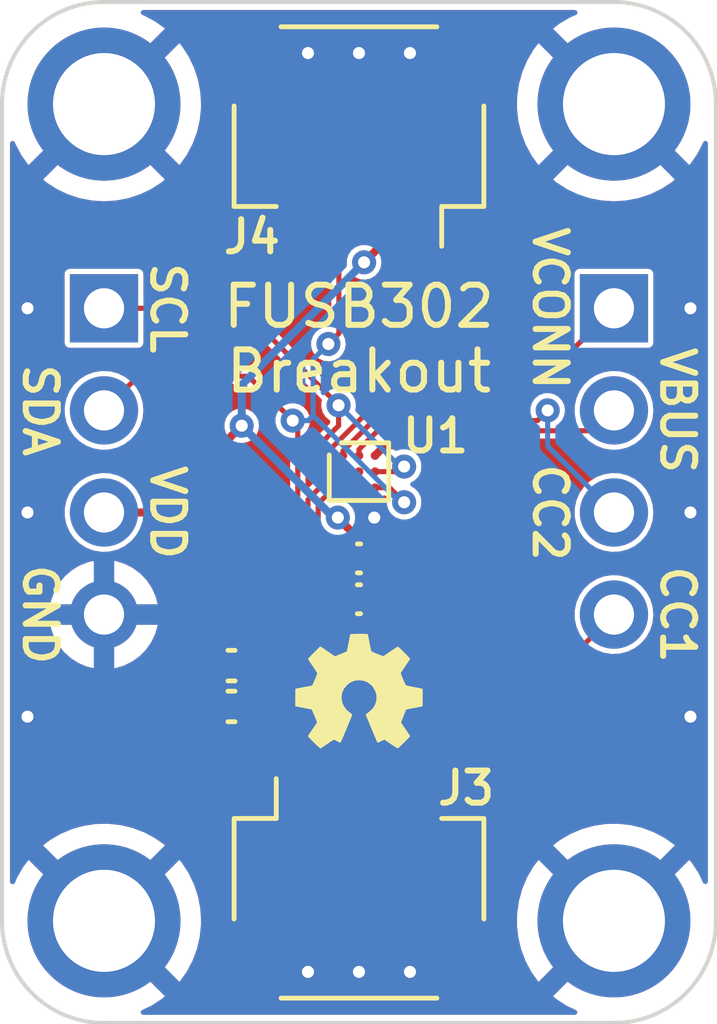
<source format=kicad_pcb>
(kicad_pcb (version 20210424) (generator pcbnew)
  (layers (0 "F.Cu" signal) (31 "B.Cu" signal) (34 "B.Paste" user) (35 "F.Paste" user) (36 "B.SilkS" user "B.Silkscreen") (37 "F.SilkS" user "F.Silkscreen") (38 "B.Mask" user) (39 "F.Mask" user) (44 "Edge.Cuts" user))
  (net 0 "")
  (net 1 "/SDA")
  (net 2 "/SCL")
  (net 3 "GND")
  (net 4 "VDD")
  (net 5 "/~INT")
  (net 6 "/VBUS")
  (net 7 "/CC2")
  (net 8 "/CC1")
  (net 9 "/VCONN")
  (footprint "MountingHole:MountingHole_2.5mm_Pad" (layer "F.Cu") (at 136.525 104.775)
    (fp_text reference "H1" hide)
    (fp_text value "MountingHole_2.5mm_Pad" hide)
    (pad "1" thru_hole circle locked (at 0 0) (size 3.81 3.81) (drill 2.54) (layers *.Cu *.Mask) (net 3 "GND"))
  )
  (footprint "MountingHole:MountingHole_2.5mm_Pad" (layer "F.Cu") (at 149.225 104.775)
    (fp_text reference "H2" hide)
    (fp_text value "MountingHole_2.5mm_Pad" hide)
    (pad "1" thru_hole circle locked (at 0 0) (size 3.81 3.81) (drill 2.54) (layers *.Cu *.Mask) (net 3 "GND"))
  )
  (footprint "Connector_JST:JST_SH_SM04B-SRSS-TB_1x04-1MP_P1.00mm_Horizontal" (layer "F.Cu") (at 142.875 124.333)
    (fp_text reference "J3" (at 2.667 -2.54) (layer "F.SilkS") (effects (font (size 0.8 0.8))))
    (fp_text value "Conn_01x04_Male" hide)
    (fp_line (start -2.06 -1.785) (end -2.06 -2.775) (layer "F.SilkS") (width 0.12))
    (fp_line (start 3.11 -1.785) (end 2.06 -1.785) (layer "F.SilkS") (width 0.12))
    (fp_line (start -3.11 0.715) (end -3.11 -1.785) (layer "F.SilkS") (width 0.12))
    (fp_line (start -1.94 2.685) (end 1.94 2.685) (layer "F.SilkS") (width 0.12))
    (fp_line (start 3.11 0.715) (end 3.11 -1.785) (layer "F.SilkS") (width 0.12))
    (fp_line (start -3.11 -1.785) (end -2.06 -1.785) (layer "F.SilkS") (width 0.12))
    (pad "1" smd roundrect locked (at -1.5 -2) (size 0.6 1.55) (layers "F.Cu" "F.Paste" "F.Mask") (net 3 "GND"))
    (pad "2" smd roundrect locked (at -0.5 -2) (size 0.6 1.55) (layers "F.Cu" "F.Paste" "F.Mask") (net 4 "VDD"))
    (pad "3" smd roundrect locked (at 0.5 -2) (size 0.6 1.55) (layers "F.Cu" "F.Paste" "F.Mask") (net 1 "/SDA"))
    (pad "4" smd roundrect locked (at 1.5 -2) (size 0.6 1.55) (layers "F.Cu" "F.Paste" "F.Mask") (net 2 "/SCL"))
    (pad "MP" smd roundrect locked (at 2.8 1.875) (size 1.2 1.8) (layers "F.Cu" "F.Paste" "F.Mask") (roundrect_rratio 0.208333))
    (pad "MP" smd roundrect locked (at -2.8 1.875) (size 1.2 1.8) (layers "F.Cu" "F.Paste" "F.Mask") (roundrect_rratio 0.208333))
  )
  (footprint "Connector_PinHeader_2.54mm:PinHeader_1x04_P2.54mm_Vertical" (layer "F.Cu") (at 149.225 109.855)
    (fp_text reference "J2" hide)
    (fp_text value "Conn_01x04_Male" hide)
    (pad "1" thru_hole rect locked (at 0 0) (size 1.7 1.7) (drill 1) (layers *.Cu *.Mask) (net 9 "/VCONN"))
    (pad "2" thru_hole oval locked (at 0 2.54) (size 1.7 1.7) (drill 1) (layers *.Cu *.Mask) (net 6 "/VBUS"))
    (pad "3" thru_hole oval locked (at 0 5.08) (size 1.7 1.7) (drill 1) (layers *.Cu *.Mask) (net 7 "/CC2"))
    (pad "4" thru_hole oval locked (at 0 7.62) (size 1.7 1.7) (drill 1) (layers *.Cu *.Mask) (net 8 "/CC1"))
  )
  (footprint "FUSB301:WLCSP-9_1.260x1.215mm_P0.4mm" (layer "F.Cu") (at 142.875 113.919)
    (fp_text reference "U1" (at 1.905 -0.889) (layer "F.SilkS") (effects (font (size 0.8 0.8))))
    (fp_text value "FUSB302BUCX" hide)
    (fp_line (start 0.74 0.7175) (end -0.74 0.7175) (layer "F.SilkS") (width 0.12))
    (fp_line (start -0.74 0.7175) (end -0.74 -0.41375) (layer "F.SilkS") (width 0.12))
    (fp_line (start -0.43625 -0.7175) (end 0.74 -0.7175) (layer "F.SilkS") (width 0.12))
    (fp_line (start 0.74 -0.7175) (end 0.74 0.7175) (layer "F.SilkS") (width 0.12))
    (pad "A1" smd circle (at -0.4 -0.4) (size 0.215 0.215) (layers "F.Cu" "F.Paste" "F.Mask") (net 7 "/CC2"))
    (pad "A2" smd circle (at 0 -0.4) (size 0.215 0.215) (layers "F.Cu" "F.Paste" "F.Mask") (net 6 "/VBUS"))
    (pad "A3" smd circle (at 0.4 -0.4) (size 0.215 0.215) (layers "F.Cu" "F.Paste" "F.Mask") (net 4 "VDD"))
    (pad "B1" smd circle (at -0.4 0) (size 0.215 0.215) (layers "F.Cu" "F.Paste" "F.Mask") (net 9 "/VCONN"))
    (pad "B2" smd circle (at 0 0) (size 0.215 0.215) (layers "F.Cu" "F.Paste" "F.Mask") (net 5 "/~INT"))
    (pad "B3" smd circle (at 0.4 0) (size 0.215 0.215) (layers "F.Cu" "F.Paste" "F.Mask") (net 2 "/SCL"))
    (pad "C1" smd circle (at -0.4 0.4) (size 0.215 0.215) (layers "F.Cu" "F.Paste" "F.Mask") (net 8 "/CC1"))
    (pad "C2" smd circle (at 0 0.4) (size 0.215 0.215) (layers "F.Cu" "F.Paste" "F.Mask") (net 3 "GND"))
    (pad "C3" smd circle (at 0.4 0.4) (size 0.215 0.215) (layers "F.Cu" "F.Paste" "F.Mask") (net 1 "/SDA"))
  )
  (footprint "Resistor_SMD:R_0402_1005Metric" (layer "F.Cu") (at 139.7 118.745)
    (fp_text reference "R1" hide)
    (fp_text value "10K" hide)
    (fp_line (start -0.0875 -0.38) (end 0.0875 -0.38) (layer "F.SilkS") (width 0.12))
    (fp_line (start -0.0875 0.38) (end 0.0875 0.38) (layer "F.SilkS") (width 0.12))
    (pad "1" smd roundrect locked (at -0.51 0) (size 0.54 0.64) (layers "F.Cu" "F.Paste" "F.Mask") (net 4 "VDD"))
    (pad "2" smd roundrect locked (at 0.51 0) (size 0.54 0.64) (layers "F.Cu" "F.Paste" "F.Mask") (net 1 "/SDA"))
  )
  (footprint "OSHW_Small:OSHW-125mils" (layer "F.Cu") (at 142.875 119.38)
    (fp_text reference "G***" hide)
    (fp_text value "OSHW-125mils" hide)
    (fp_poly (pts (xy -0.96266 1.42494) (xy -0.94488 1.41732) (xy -0.90678 1.39192) (xy -0.85344 1.3589) (xy -0.79248 1.31572) (xy -0.72898 1.27254) (xy -0.67818 1.23952) (xy -0.64008 1.21666) (xy -0.62484 1.2065) (xy -0.61722 1.21158) (xy -0.58674 1.22428) (xy -0.54356 1.24714) (xy -0.5207 1.25984) (xy -0.48006 1.27762) (xy -0.45974 1.28016) (xy -0.4572 1.27508) (xy -0.44196 1.2446) (xy -0.4191 1.1938) (xy -0.38862 1.12522) (xy -0.3556 1.04394) (xy -0.3175 0.95758) (xy -0.28194 0.86868) (xy -0.24638 0.78486) (xy -0.2159 0.70866) (xy -0.1905 0.64516) (xy -0.17272 0.60198) (xy -0.16764 0.5842) (xy -0.17018 0.58166) (xy -0.1905 0.56134) (xy -0.22352 0.53594) (xy -0.29972 0.47498) (xy -0.37338 0.381) (xy -0.4191 0.27686) (xy -0.43434 0.16002) (xy -0.42164 0.0508) (xy -0.37846 -0.0508) (xy -0.3048 -0.14478) (xy -0.21844 -0.21336) (xy -0.1143 -0.25908) (xy 0 -0.27178) (xy 0.10922 -0.25908) (xy 0.2159 -0.21844) (xy 0.30988 -0.14732) (xy 0.34798 -0.1016) (xy 0.40386 -0.00508) (xy 0.43434 0.09398) (xy 0.43688 0.11938) (xy 0.43434 0.23114) (xy 0.40132 0.33782) (xy 0.34036 0.43434) (xy 0.25908 0.51054) (xy 0.24892 0.51816) (xy 0.21082 0.5461) (xy 0.18542 0.56642) (xy 0.16764 0.5842) (xy 0.30734 0.92456) (xy 0.3302 0.98044) (xy 0.37084 1.07188) (xy 0.40386 1.15316) (xy 0.4318 1.21666) (xy 0.44958 1.25984) (xy 0.45974 1.27762) (xy 0.47244 1.28016) (xy 0.49784 1.27) (xy 0.5461 1.24714) (xy 0.57658 1.2319) (xy 0.61468 1.21412) (xy 0.62992 1.2065) (xy 0.64516 1.21412) (xy 0.67818 1.23698) (xy 0.72898 1.27254) (xy 0.78994 1.31318) (xy 0.84836 1.35382) (xy 0.9017 1.38684) (xy 0.94234 1.41224) (xy 0.96012 1.4224) (xy 0.96266 1.4224) (xy 0.98044 1.41478) (xy 1.01092 1.38684) (xy 1.05664 1.34366) (xy 1.12268 1.28016) (xy 1.13284 1.27) (xy 1.18872 1.21412) (xy 1.2319 1.1684) (xy 1.26238 1.13538) (xy 1.27254 1.12014) (xy 1.26238 1.10236) (xy 1.23698 1.06172) (xy 1.20142 1.00838) (xy 1.15824 0.94488) (xy 1.04648 0.77978) (xy 1.10744 0.62484) (xy 1.12776 0.57658) (xy 1.15062 0.5207) (xy 1.1684 0.48006) (xy 1.17856 0.45974) (xy 1.19634 0.45466) (xy 1.23698 0.4445) (xy 1.29794 0.4318) (xy 1.3716 0.4191) (xy 1.44272 0.4064) (xy 1.50622 0.3937) (xy 1.55194 0.38354) (xy 1.57226 0.381) (xy 1.57734 0.37846) (xy 1.57988 0.3683) (xy 1.58496 0.34544) (xy 1.58496 0.30734) (xy 1.58496 0.24638) (xy 1.58496 0.16002) (xy 1.58496 0.14986) (xy 1.58496 0.06604) (xy 1.58496 0) (xy 1.58242 -0.04064) (xy 1.57988 -0.05842) (xy 1.57734 -0.05842) (xy 1.55956 -0.0635) (xy 1.51384 -0.07366) (xy 1.45034 -0.08636) (xy 1.37668 -0.09906) (xy 1.3716 -0.1016) (xy 1.2954 -0.1143) (xy 1.2319 -0.12954) (xy 1.18872 -0.1397) (xy 1.17094 -0.14478) (xy 1.16586 -0.14986) (xy 1.15062 -0.1778) (xy 1.1303 -0.22606) (xy 1.1049 -0.28194) (xy 1.0795 -0.34036) (xy 1.05918 -0.3937) (xy 1.04394 -0.43434) (xy 1.0414 -0.45212) (xy 1.05156 -0.4699) (xy 1.07696 -0.508) (xy 1.11506 -0.56388) (xy 1.15824 -0.62738) (xy 1.16078 -0.63246) (xy 1.20396 -0.69596) (xy 1.23952 -0.7493) (xy 1.26238 -0.7874) (xy 1.27254 -0.80518) (xy 1.2573 -0.8255) (xy 1.22428 -0.86106) (xy 1.17856 -0.90932) (xy 1.12268 -0.9652) (xy 1.1049 -0.98298) (xy 1.04394 -1.0414) (xy 1.00076 -1.08204) (xy 0.97536 -1.10236) (xy 0.96266 -1.10744) (xy 0.96012 -1.10744) (xy 0.94234 -1.09474) (xy 0.9017 -1.06934) (xy 0.84836 -1.03378) (xy 0.78232 -0.98806) (xy 0.77724 -0.98552) (xy 0.71628 -0.94234) (xy 0.66294 -0.90678) (xy 0.62484 -0.88138) (xy 0.60706 -0.87122) (xy 0.60452 -0.87122) (xy 0.57912 -0.87884) (xy 0.5334 -0.89662) (xy 0.48006 -0.91694) (xy 0.4191 -0.9398) (xy 0.36576 -0.96266) (xy 0.32766 -0.98298) (xy 0.30734 -0.99314) (xy 0.29972 -1.016) (xy 0.28956 -1.06426) (xy 0.27686 -1.12776) (xy 0.26162 -1.2065) (xy 0.25908 -1.2192) (xy 0.24384 -1.2954) (xy 0.23368 -1.35636) (xy 0.22352 -1.39954) (xy 0.21844 -1.41732) (xy 0.20828 -1.41986) (xy 0.17272 -1.4224) (xy 0.1143 -1.42494) (xy 0.04826 -1.42494) (xy -0.02286 -1.42494) (xy -0.09398 -1.4224) (xy -0.1524 -1.4224) (xy -0.19558 -1.41732) (xy -0.21336 -1.41478) (xy -0.22098 -1.38938) (xy -0.23114 -1.34366) (xy -0.24384 -1.27762) (xy -0.25908 -1.19888) (xy -0.26162 -1.18618) (xy -0.27686 -1.10998) (xy -0.28956 -1.04902) (xy -0.29972 -1.00584) (xy -0.30226 -0.98806) (xy -0.30988 -0.98552) (xy -0.34036 -0.97282) (xy -0.39116 -0.94996) (xy -0.45466 -0.92456) (xy -0.59944 -0.86614) (xy -0.77724 -0.98806) (xy -0.79502 -1.00076) (xy -0.85852 -1.04394) (xy -0.91186 -1.0795) (xy -0.94742 -1.10236) (xy -0.96266 -1.10998) (xy -0.9652 -1.10998) (xy -0.98298 -1.09474) (xy -1.016 -1.06172) (xy -1.06426 -1.01346) (xy -1.12268 -0.95758) (xy -1.16332 -0.91694) (xy -1.21158 -0.86614) (xy -1.24206 -0.83312) (xy -1.25984 -0.8128) (xy -1.26746 -0.8001) (xy -1.26492 -0.78994) (xy -1.25222 -0.77216) (xy -1.22682 -0.73406) (xy -1.19126 -0.67818) (xy -1.14808 -0.61468) (xy -1.11252 -0.56388) (xy -1.07188 -0.50292) (xy -1.04648 -0.45974) (xy -1.03886 -0.43942) (xy -1.0414 -0.4318) (xy -1.0541 -0.39624) (xy -1.07442 -0.3429) (xy -1.10236 -0.2794) (xy -1.16332 -0.1397) (xy -1.25476 -0.12192) (xy -1.31064 -0.11176) (xy -1.38938 -0.09652) (xy -1.46558 -0.08128) (xy -1.58242 -0.05842) (xy -1.5875 0.37084) (xy -1.56718 0.37846) (xy -1.55194 0.381) (xy -1.50876 0.39116) (xy -1.44526 0.40386) (xy -1.3716 0.41656) (xy -1.31064 0.42926) (xy -1.24714 0.44196) (xy -1.20142 0.44958) (xy -1.18364 0.45466) (xy -1.17856 0.45974) (xy -1.16078 0.49022) (xy -1.14046 0.53848) (xy -1.11506 0.5969) (xy -1.08966 0.65786) (xy -1.0668 0.71374) (xy -1.05156 0.75692) (xy -1.04648 0.77724) (xy -1.0541 0.79502) (xy -1.0795 0.83058) (xy -1.11252 0.88392) (xy -1.1557 0.94488) (xy -1.19888 1.00838) (xy -1.23444 1.06172) (xy -1.25984 1.09982) (xy -1.27 1.1176) (xy -1.26492 1.1303) (xy -1.23952 1.15824) (xy -1.1938 1.20904) (xy -1.12268 1.27762) (xy -1.11252 1.28778) (xy -1.05664 1.34112) (xy -1.00838 1.3843) (xy -0.97536 1.41478) (xy -0.96266 1.42494)) (layer "F.SilkS") (width 0.00254) (fill solid))
  )
  (footprint "Capacitor_SMD:C_0402_1005Metric" (layer "F.Cu") (at 142.875 116.078 180)
    (fp_text reference "C1" hide)
    (fp_text value "0.1uF" hide)
    (fp_line (start -0.04 -0.36) (end 0.04 -0.36) (layer "F.SilkS") (width 0.12))
    (fp_line (start -0.04 0.36) (end 0.04 0.36) (layer "F.SilkS") (width 0.12))
    (pad "1" smd roundrect locked (at -0.48 0 180) (size 0.56 0.62) (layers "F.Cu" "F.Paste" "F.Mask") (net 4 "VDD"))
    (pad "2" smd roundrect locked (at 0.48 0 180) (size 0.56 0.62) (layers "F.Cu" "F.Paste" "F.Mask") (net 3 "GND"))
  )
  (footprint "Resistor_SMD:R_0402_1005Metric" (layer "F.Cu") (at 139.7 119.761)
    (fp_text reference "R2" hide)
    (fp_text value "10K" hide)
    (fp_line (start -0.0875 -0.38) (end 0.0875 -0.38) (layer "F.SilkS") (width 0.12))
    (fp_line (start -0.0875 0.38) (end 0.0875 0.38) (layer "F.SilkS") (width 0.12))
    (pad "1" smd roundrect locked (at -0.51 0) (size 0.54 0.64) (layers "F.Cu" "F.Paste" "F.Mask") (net 4 "VDD"))
    (pad "2" smd roundrect locked (at 0.51 0) (size 0.54 0.64) (layers "F.Cu" "F.Paste" "F.Mask") (net 2 "/SCL"))
  )
  (footprint "MountingHole:MountingHole_2.5mm_Pad" (layer "F.Cu") (at 149.225 125.095)
    (fp_text reference "H4" hide)
    (fp_text value "MountingHole_2.5mm_Pad" hide)
    (pad "1" thru_hole circle locked (at 0 0) (size 3.81 3.81) (drill 2.54) (layers *.Cu *.Mask) (net 3 "GND"))
  )
  (footprint "MountingHole:MountingHole_2.5mm_Pad" (layer "F.Cu") (at 136.525 125.095)
    (fp_text reference "H3" hide)
    (fp_text value "MountingHole_2.5mm_Pad" hide)
    (pad "1" thru_hole circle locked (at 0 0) (size 3.81 3.81) (drill 2.54) (layers *.Cu *.Mask) (net 3 "GND"))
  )
  (footprint "Connector_JST:JST_SH_SM04B-SRSS-TB_1x04-1MP_P1.00mm_Horizontal" (layer "F.Cu") (at 142.875 105.537 180)
    (fp_text reference "J4" (at 2.667 -2.54) (layer "F.SilkS") (effects (font (size 0.8 0.8))))
    (fp_text value "Conn_01x04_Male" hide)
    (fp_line (start -1.94 2.685) (end 1.94 2.685) (layer "F.SilkS") (width 0.12))
    (fp_line (start 3.11 -1.785) (end 2.06 -1.785) (layer "F.SilkS") (width 0.12))
    (fp_line (start -3.11 -1.785) (end -2.06 -1.785) (layer "F.SilkS") (width 0.12))
    (fp_line (start 3.11 0.715) (end 3.11 -1.785) (layer "F.SilkS") (width 0.12))
    (fp_line (start -3.11 0.715) (end -3.11 -1.785) (layer "F.SilkS") (width 0.12))
    (fp_line (start -2.06 -1.785) (end -2.06 -2.775) (layer "F.SilkS") (width 0.12))
    (pad "1" smd roundrect locked (at -1.5 -2 180) (size 0.6 1.55) (layers "F.Cu" "F.Paste" "F.Mask") (net 3 "GND"))
    (pad "2" smd roundrect locked (at -0.5 -2 180) (size 0.6 1.55) (layers "F.Cu" "F.Paste" "F.Mask") (net 4 "VDD"))
    (pad "3" smd roundrect locked (at 0.5 -2 180) (size 0.6 1.55) (layers "F.Cu" "F.Paste" "F.Mask") (net 1 "/SDA"))
    (pad "4" smd roundrect locked (at 1.5 -2 180) (size 0.6 1.55) (layers "F.Cu" "F.Paste" "F.Mask") (net 2 "/SCL"))
    (pad "MP" smd roundrect locked (at 2.8 1.875 180) (size 1.2 1.8) (layers "F.Cu" "F.Paste" "F.Mask") (roundrect_rratio 0.2083333333))
    (pad "MP" smd roundrect locked (at -2.8 1.875 180) (size 1.2 1.8) (layers "F.Cu" "F.Paste" "F.Mask") (roundrect_rratio 0.2083333333))
  )
  (footprint "Connector_PinHeader_2.54mm:PinHeader_1x04_P2.54mm_Vertical" (layer "F.Cu") (at 136.525 109.855)
    (fp_text reference "J1" hide)
    (fp_text value "Conn_01x04_Male" hide)
    (pad "1" thru_hole rect locked (at 0 0) (size 1.7 1.7) (drill 1) (layers *.Cu *.Mask) (net 2 "/SCL"))
    (pad "2" thru_hole oval locked (at 0 2.54) (size 1.7 1.7) (drill 1) (layers *.Cu *.Mask) (net 1 "/SDA"))
    (pad "3" thru_hole oval locked (at 0 5.08) (size 1.7 1.7) (drill 1) (layers *.Cu *.Mask) (net 4 "VDD"))
    (pad "4" thru_hole oval locked (at 0 7.62) (size 1.7 1.7) (drill 1) (layers *.Cu *.Mask) (net 3 "GND"))
  )
  (footprint "Capacitor_SMD:C_0402_1005Metric" (layer "F.Cu") (at 142.875 117.094 180)
    (fp_text reference "C2" hide)
    (fp_text value "10uF" hide)
    (fp_line (start -0.04 -0.36) (end 0.04 -0.36) (layer "F.SilkS") (width 0.12))
    (fp_line (start -0.04 0.36) (end 0.04 0.36) (layer "F.SilkS") (width 0.12))
    (pad "1" smd roundrect locked (at -0.48 0 180) (size 0.56 0.62) (layers "F.Cu" "F.Paste" "F.Mask") (net 4 "VDD"))
    (pad "2" smd roundrect locked (at 0.48 0 180) (size 0.56 0.62) (layers "F.Cu" "F.Paste" "F.Mask") (net 3 "GND"))
  )
  (gr_arc (start 136.525 125.095) (end 133.985 125.095) (angle -90) (layer "Edge.Cuts") (width 0.1))
  (gr_arc (start 149.225 125.095) (end 149.225 127.635) (angle -90) (layer "Edge.Cuts") (width 0.1))
  (gr_line (start 149.225 102.235) (end 136.525 102.235) (layer "Edge.Cuts") (width 0.1))
  (gr_line (start 133.985 104.775) (end 133.985 125.095) (layer "Edge.Cuts") (width 0.1))
  (gr_line (start 151.765 125.095) (end 151.765 104.775) (layer "Edge.Cuts") (width 0.1))
  (gr_arc (start 136.525 104.775) (end 136.525 102.235) (angle -90) (layer "Edge.Cuts") (width 0.1))
  (gr_arc (start 149.225 104.775) (end 151.765 104.775) (angle -90) (layer "Edge.Cuts") (width 0.1))
  (gr_line (start 136.525 127.635) (end 149.225 127.635) (layer "Edge.Cuts") (width 0.1))
  (gr_text "FUSB302\nBreakout" (at 142.875 110.617) (layer "F.SilkS") (effects (font (size 1 1))))
  (gr_text "SCL" (at 138.1125 109.855 -90) (layer "F.SilkS") (effects (font (size 0.8 0.8))))
  (gr_text "VCONN" (at 147.6375 109.855 270) (layer "F.SilkS") (effects (font (size 0.8 0.8))))
  (gr_text "GND" (at 134.9375 117.475 -90) (layer "F.SilkS") (effects (font (size 0.8 0.8))))
  (gr_text "CC1" (at 150.8125 117.475 270) (layer "F.SilkS") (effects (font (size 0.8 0.8))))
  (gr_text "CC2" (at 147.6375 114.935 270) (layer "F.SilkS") (effects (font (size 0.8 0.8))))
  (gr_text "VDD" (at 138.1125 114.935 -90) (layer "F.SilkS") (effects (font (size 0.8 0.8))))
  (gr_text "VBUS" (at 150.8125 112.395 270) (layer "F.SilkS") (effects (font (size 0.8 0.8))))
  (gr_text "SDA" (at 134.9375 112.395 -90) (layer "F.SilkS") (effects (font (size 0.8 0.8))))
  (segment (start 139.74998 120.162843) (end 140.628606 121.041469) (width 0.127) (layer "F.Cu") (net 1))
  (segment (start 136.525 112.395) (end 137.375 111.545) (width 0.127) (layer "F.Cu") (net 1))
  (segment (start 141.351 112.776) (end 141.224 112.649) (width 0.127) (layer "F.Cu") (net 1))
  (segment (start 141.351 118.364) (end 141.351 112.776) (width 0.127) (layer "F.Cu") (net 1))
  (segment (start 140.12 111.545) (end 141.224 112.649) (width 0.127) (layer "F.Cu") (net 1))
  (segment (start 142.375 107.537) (end 142.375 110.482) (width 0.127) (layer "F.Cu") (net 1))
  (segment (start 143.375 121.558) (end 143.375 122.333) (width 0.127) (layer "F.Cu") (net 1))
  (segment (start 143.275 114.319) (end 143.637502 114.319) (width 0.127) (layer "F.Cu") (net 1))
  (segment (start 137.375 111.545) (end 140.12 111.545) (width 0.127) (layer "F.Cu") (net 1))
  (segment (start 140.21 118.745) (end 140.97 118.745) (width 0.127) (layer "F.Cu") (net 1))
  (segment (start 142.858469 121.041469) (end 143.375 121.558) (width 0.127) (layer "F.Cu") (net 1))
  (segment (start 143.637502 114.319) (end 143.9995 114.680998) (width 0.127) (layer "F.Cu") (net 1))
  (segment (start 140.21 118.745) (end 139.74998 119.20502) (width 0.127) (layer "F.Cu") (net 1))
  (segment (start 140.97 118.745) (end 141.351 118.364) (width 0.127) (layer "F.Cu") (net 1))
  (segment (start 139.74998 119.20502) (end 139.74998 120.162843) (width 0.127) (layer "F.Cu") (net 1))
  (segment (start 140.628606 121.041469) (end 142.858469 121.041469) (width 0.127) (layer "F.Cu") (net 1))
  (segment (start 142.375 110.482) (end 142.113 110.744) (width 0.127) (layer "F.Cu") (net 1))
  (via (at 141.224 112.649) (size 0.6) (drill 0.3) (layers "F.Cu" "B.Cu") (net 1))
  (via (at 143.9995 114.680998) (size 0.6) (drill 0.3) (layers "F.Cu" "B.Cu") (net 1))
  (via (at 142.113 110.744) (size 0.6) (drill 0.3) (layers "F.Cu" "B.Cu") (net 1))
  (segment (start 141.732 112.522) (end 141.605 112.649) (width 0.127) (layer "B.Cu") (net 1))
  (segment (start 141.732 112.522) (end 143.890998 114.680998) (width 0.127) (layer "B.Cu") (net 1))
  (segment (start 141.732 112.522) (end 141.732 111.125) (width 0.127) (layer "B.Cu") (net 1))
  (segment (start 143.890998 114.680998) (end 143.9995 114.680998) (width 0.127) (layer "B.Cu") (net 1))
  (segment (start 141.605 112.649) (end 141.224 112.649) (width 0.127) (layer "B.Cu") (net 1))
  (segment (start 141.732 111.125) (end 142.113 110.744) (width 0.127) (layer "B.Cu") (net 1))
  (segment (start 141.605 118.468531) (end 141.604991 118.468522) (width 0.127) (layer "F.Cu") (net 2))
  (segment (start 139.954 109.855) (end 136.525 109.855) (width 0.127) (layer "F.Cu") (net 2))
  (segment (start 142.367 112.776) (end 141.923969 113.219031) (width 0.127) (layer "F.Cu") (net 2))
  (segment (start 144.375 121.27308) (end 141.67146 118.56954) (width 0.127) (layer "F.Cu") (net 2))
  (segment (start 142.367 112.268) (end 139.954 109.855) (width 0.127) (layer "F.Cu") (net 2))
  (segment (start 143.275 113.919) (end 143.8725 113.919) (width 0.127) (layer "F.Cu") (net 2))
  (segment (start 141.605 118.50308) (end 141.605 118.468531) (width 0.127) (layer "F.Cu") (net 2))
  (segment (start 140.21 119.761) (end 140.34708 119.761) (width 0.127) (layer "F.Cu") (net 2))
  (segment (start 141.604991 114.613275) (end 141.923969 114.294297) (width 0.127) (layer "F.Cu") (net 2))
  (segment (start 141.923969 114.294297) (end 141.923969 113.219031) (width 0.127) (layer "F.Cu") (net 2))
  (segment (start 139.057 109.855) (end 136.525 109.855) (width 0.127) (layer "F.Cu") (net 2))
  (segment (start 140.34708 119.761) (end 141.605 118.50308) (width 0.127) (layer "F.Cu") (net 2))
  (segment (start 144.375 122.333) (end 144.375 121.27308) (width 0.127) (layer "F.Cu") (net 2))
  (segment (start 143.8725 113.919) (end 143.9995 113.792) (width 0.127) (layer "F.Cu") (net 2))
  (segment (start 141.375 107.537) (end 139.057 109.855) (width 0.127) (layer "F.Cu") (net 2))
  (segment (start 141.604991 118.468522) (end 141.604991 114.613275) (width 0.127) (layer "F.Cu") (net 2))
  (segment (start 141.67146 118.56954) (end 141.605 118.50308) (width 0.127) (layer "F.Cu") (net 2))
  (segment (start 142.367 112.268) (end 142.367 112.776) (width 0.127) (layer "F.Cu") (net 2))
  (via (at 143.9995 113.792) (size 0.6) (drill 0.3) (layers "F.Cu" "B.Cu") (net 2))
  (via (at 142.367 112.268) (size 0.6) (drill 0.3) (layers "F.Cu" "B.Cu") (net 2))
  (segment (start 143.891 113.792) (end 143.9995 113.792) (width 0.127) (layer "B.Cu") (net 2))
  (segment (start 142.367 112.268) (end 143.891 113.792) (width 0.127) (layer "B.Cu") (net 2))
  (via (at 151.13 114.935) (size 0.6) (drill 0.3) (layers "F.Cu" "B.Cu") (net 3))
  (via (at 151.13 109.855) (size 0.6) (drill 0.3) (layers "F.Cu" "B.Cu") (net 3))
  (via (at 141.605 126.365) (size 0.6) (drill 0.3) (layers "F.Cu" "B.Cu") (net 3))
  (via (at 143.256 115.062) (size 0.6) (drill 0.3) (layers "F.Cu" "B.Cu") (net 3))
  (via (at 142.875 103.505) (size 0.6) (drill 0.3) (layers "F.Cu" "B.Cu") (net 3))
  (via (at 144.145 126.365) (size 0.6) (drill 0.3) (layers "F.Cu" "B.Cu") (net 3))
  (via (at 142.875 126.365) (size 0.6) (drill 0.3) (layers "F.Cu" "B.Cu") (net 3))
  (via (at 134.62 120.015) (size 0.6) (drill 0.3) (layers "F.Cu" "B.Cu") (net 3))
  (via (at 134.62 114.935) (size 0.6) (drill 0.3) (layers "F.Cu" "B.Cu") (net 3))
  (via (at 151.13 120.015) (size 0.6) (drill 0.3) (layers "F.Cu" "B.Cu") (net 3))
  (via (at 144.145 103.505) (size 0.6) (drill 0.3) (layers "F.Cu" "B.Cu") (net 3))
  (via (at 134.62 109.855) (size 0.6) (drill 0.3) (layers "F.Cu" "B.Cu") (net 3))
  (via (at 141.605 103.505) (size 0.6) (drill 0.3) (layers "F.Cu" "B.Cu") (net 3))
  (segment (start 139.19 119.761) (end 139.19 118.745) (width 0.2) (layer "F.Cu") (net 4))
  (segment (start 144.253499 113.265499) (end 144.526 113.538) (width 0.2) (layer "F.Cu") (net 4))
  (segment (start 144.526 113.538) (end 144.526 114.907) (width 0.2) (layer "F.Cu") (net 4))
  (segment (start 143.275 113.519) (end 143.528501 113.265499) (width 0.2) (layer "F.Cu") (net 4))
  (segment (start 138.557 114.935) (end 138.557 114.173) (width 0.2) (layer "F.Cu") (net 4))
  (segment (start 144.526 114.907) (end 143.355 116.078) (width 0.2) (layer "F.Cu") (net 4))
  (segment (start 143.355 116.078) (end 142.348511 115.071511) (width 0.2) (layer "F.Cu") (net 4))
  (segment (start 138.557 114.173) (end 139.954 112.776) (width 0.2) (layer "F.Cu") (net 4))
  (segment (start 143.355 116.078) (end 143.355 117.094) (width 0.2) (layer "F.Cu") (net 4))
  (segment (start 139.19 118.745) (end 139.19 115.568) (width 0.2) (layer "F.Cu") (net 4))
  (segment (start 139.19 119.761) (end 139.19 120.081) (width 0.2) (layer "F.Cu") (net 4))
  (segment (start 142.348511 115.071511) (end 142.348511 115.062) (width 0.2) (layer "F.Cu") (net 4))
  (segment (start 142.14848 121.33148) (end 142.375 121.558) (width 0.2) (layer "F.Cu") (net 4))
  (segment (start 138.557 114.935) (end 136.525 114.935) (width 0.2) (layer "F.Cu") (net 4))
  (segment (start 143.375 108.339) (end 143.002 108.712) (width 0.2) (layer "F.Cu") (net 4))
  (segment (start 139.19 120.081) (end 140.44048 121.33148) (width 0.2) (layer "F.Cu") (net 4))
  (segment (start 142.375 121.558) (end 142.375 122.333) (width 0.2) (layer "F.Cu") (net 4))
  (segment (start 139.19 115.568) (end 138.557 114.935) (width 0.2) (layer "F.Cu") (net 4))
  (segment (start 143.375 107.537) (end 143.375 108.339) (width 0.2) (layer "F.Cu") (net 4))
  (segment (start 143.528501 113.265499) (end 144.253499 113.265499) (width 0.2) (layer "F.Cu") (net 4))
  (segment (start 140.44048 121.33148) (end 142.14848 121.33148) (width 0.2) (layer "F.Cu") (net 4))
  (via (at 143.002 108.712) (size 0.6) (drill 0.3) (layers "F.Cu" "B.Cu") (net 4))
  (via (at 142.348511 115.062) (size 0.6) (drill 0.3) (layers "F.Cu" "B.Cu") (net 4))
  (via (at 139.954 112.776) (size 0.6) (drill 0.3) (layers "F.Cu" "B.Cu") (net 4))
  (segment (start 142.24 115.062) (end 142.348511 115.062) (width 0.2) (layer "B.Cu") (net 4))
  (segment (start 139.954 111.76) (end 139.954 112.776) (width 0.2) (layer "B.Cu") (net 4))
  (segment (start 139.954 112.776) (end 142.24 115.062) (width 0.2) (layer "B.Cu") (net 4))
  (segment (start 143.002 108.712) (end 139.954 111.76) (width 0.2) (layer "B.Cu") (net 4))
  (segment (start 142.875 113.366973) (end 143.339462 112.902511) (width 0.127) (layer "F.Cu") (net 6))
  (segment (start 142.875 113.519) (end 142.875 113.366973) (width 0.127) (layer "F.Cu") (net 6))
  (segment (start 143.339462 112.902511) (end 148.717489 112.902511) (width 0.127) (layer "F.Cu") (net 6))
  (segment (start 148.717489 112.902511) (end 149.225 112.395) (width 0.127) (layer "F.Cu") (net 6))
  (segment (start 147.32 112.649) (end 147.574 112.395) (width 0.127) (layer "F.Cu") (net 7))
  (segment (start 143.233518 112.649) (end 147.32 112.649) (width 0.127) (layer "F.Cu") (net 7))
  (segment (start 142.475 113.407518) (end 143.233518 112.649) (width 0.127) (layer "F.Cu") (net 7))
  (segment (start 142.475 113.519) (end 142.475 113.407518) (width 0.127) (layer "F.Cu") (net 7))
  (via (at 147.574 112.395) (size 0.6) (drill 0.3) (layers "F.Cu" "B.Cu") (net 7))
  (segment (start 147.574 113.284) (end 149.225 114.935) (width 0.127) (layer "B.Cu") (net 7))
  (segment (start 147.574 112.395) (end 147.574 113.284) (width 0.127) (layer "B.Cu") (net 7))
  (segment (start 147.955 118.745) (end 149.225 117.475) (width 0.127) (layer "F.Cu") (net 8))
  (segment (start 142.24 118.745) (end 147.955 118.745) (width 0.127) (layer "F.Cu") (net 8))
  (segment (start 142.475 114.319) (end 142.257798 114.319) (width 0.127) (layer "F.Cu") (net 8))
  (segment (start 141.858511 114.718287) (end 141.858511 118.363511) (width 0.127) (layer "F.Cu") (net 8))
  (segment (start 141.858511 118.363511) (end 142.24 118.745) (width 0.127) (layer "F.Cu") (net 8))
  (segment (start 142.257798 114.319) (end 141.858511 114.718287) (width 0.127) (layer "F.Cu") (net 8))
  (segment (start 142.475 113.919) (end 142.434683 113.919) (width 0.127) (layer "F.Cu") (net 9))
  (segment (start 146.68452 112.39548) (end 149.225 109.855) (width 0.127) (layer "F.Cu") (net 9))
  (segment (start 143.128507 112.39548) (end 146.68452 112.39548) (width 0.127) (layer "F.Cu") (net 9))
  (segment (start 142.177489 113.346498) (end 143.128507 112.39548) (width 0.127) (layer "F.Cu") (net 9))
  (segment (start 142.434683 113.919) (end 142.177489 113.661806) (width 0.127) (layer "F.Cu") (net 9))
  (segment (start 142.177489 113.661806) (end 142.177489 113.346498) (width 0.127) (layer "F.Cu") (net 9))
  (zone (net 3) (net_name "GND") (layers F&B.Cu) (connect_pads (clearance 0.127)) (min_thickness 0.127) (fill yes (thermal_gap 0.508) (thermal_bridge_width 0.508))
    (polygon (pts (xy 151.765 127.635) (xy 133.985 127.635) (xy 133.985 102.235) (xy 151.765 102.235)))
  )
)
</source>
